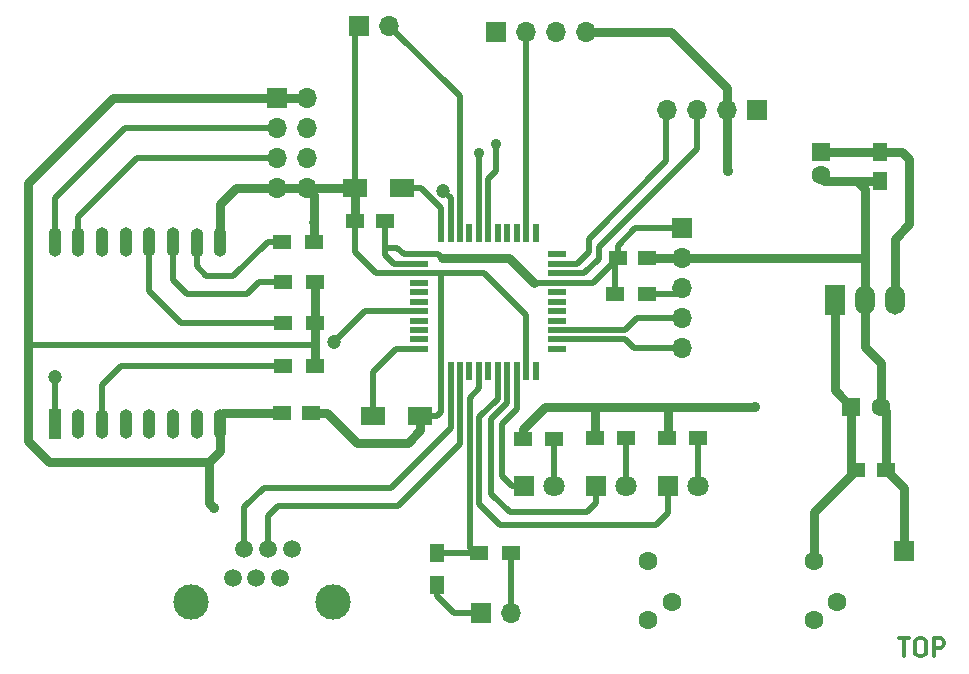
<source format=gbr>
G04 #@! TF.FileFunction,Copper,L1,Top,Signal*
%FSLAX46Y46*%
G04 Gerber Fmt 4.6, Leading zero omitted, Abs format (unit mm)*
G04 Created by KiCad (PCBNEW 4.0.7) date 07/17/19 22:20:44*
%MOMM*%
%LPD*%
G01*
G04 APERTURE LIST*
%ADD10C,0.100000*%
%ADD11C,0.300000*%
%ADD12R,1.100000X2.500000*%
%ADD13O,1.100000X2.500000*%
%ADD14R,2.000000X1.600000*%
%ADD15R,1.500000X1.250000*%
%ADD16R,1.250000X1.500000*%
%ADD17R,1.500000X1.300000*%
%ADD18R,0.560000X1.600000*%
%ADD19R,1.600000X0.560000*%
%ADD20R,1.700000X1.700000*%
%ADD21O,1.700000X1.700000*%
%ADD22R,1.600000X1.600000*%
%ADD23C,1.600000*%
%ADD24R,1.300000X1.500000*%
%ADD25R,1.700000X2.500000*%
%ADD26O,1.700000X2.500000*%
%ADD27R,1.800000X1.800000*%
%ADD28C,1.800000*%
%ADD29C,1.520000*%
%ADD30C,3.000000*%
%ADD31C,0.900000*%
%ADD32C,1.200000*%
%ADD33C,0.500000*%
%ADD34C,0.800000*%
%ADD35C,0.250000*%
G04 APERTURE END LIST*
D10*
D11*
X157992214Y-162119571D02*
X158849357Y-162119571D01*
X158420786Y-163619571D02*
X158420786Y-162119571D01*
X159635071Y-162119571D02*
X159920785Y-162119571D01*
X160063643Y-162191000D01*
X160206500Y-162333857D01*
X160277928Y-162619571D01*
X160277928Y-163119571D01*
X160206500Y-163405286D01*
X160063643Y-163548143D01*
X159920785Y-163619571D01*
X159635071Y-163619571D01*
X159492214Y-163548143D01*
X159349357Y-163405286D01*
X159277928Y-163119571D01*
X159277928Y-162619571D01*
X159349357Y-162333857D01*
X159492214Y-162191000D01*
X159635071Y-162119571D01*
X160920786Y-163619571D02*
X160920786Y-162119571D01*
X161492214Y-162119571D01*
X161635072Y-162191000D01*
X161706500Y-162262429D01*
X161777929Y-162405286D01*
X161777929Y-162619571D01*
X161706500Y-162762429D01*
X161635072Y-162833857D01*
X161492214Y-162905286D01*
X160920786Y-162905286D01*
D12*
X86487000Y-143956000D03*
D13*
X88487000Y-143956000D03*
X90487000Y-143956000D03*
X92487000Y-143956000D03*
X94487000Y-143956000D03*
X96487000Y-143956000D03*
X98487000Y-143956000D03*
X100487000Y-143956000D03*
X100487000Y-128556000D03*
X98487000Y-128656000D03*
X96487000Y-128556000D03*
X94487000Y-128556000D03*
X92487000Y-128556000D03*
X90487000Y-128556000D03*
X88487000Y-128556000D03*
X86487000Y-128556000D03*
D14*
X115919000Y-123952000D03*
X111919000Y-123952000D03*
D15*
X134132000Y-129921000D03*
X136632000Y-129921000D03*
X114407000Y-126746000D03*
X111907000Y-126746000D03*
X105684000Y-143002000D03*
X108184000Y-143002000D03*
D14*
X113443000Y-143256000D03*
X117443000Y-143256000D03*
D15*
X154325000Y-147828000D03*
X156825000Y-147828000D03*
D16*
X156337000Y-120924000D03*
X156337000Y-123424000D03*
D17*
X136605000Y-132969000D03*
X133905000Y-132969000D03*
X108538000Y-139065000D03*
X105838000Y-139065000D03*
X105838000Y-135382000D03*
X108538000Y-135382000D03*
X105838000Y-131953000D03*
X108538000Y-131953000D03*
X105711000Y-128524000D03*
X108411000Y-128524000D03*
X138286500Y-145161000D03*
X140986500Y-145161000D03*
D18*
X119190000Y-139454000D03*
X119990000Y-139454000D03*
X120790000Y-139454000D03*
X121590000Y-139454000D03*
X122390000Y-139454000D03*
X123190000Y-139454000D03*
X123990000Y-139454000D03*
X124790000Y-139454000D03*
X125590000Y-139454000D03*
X126390000Y-139454000D03*
X127190000Y-139454000D03*
D19*
X129040000Y-137604000D03*
X129040000Y-136804000D03*
X129040000Y-136004000D03*
X129040000Y-135204000D03*
X129040000Y-134404000D03*
X129040000Y-133604000D03*
X129040000Y-132804000D03*
X129040000Y-132004000D03*
X129040000Y-131204000D03*
X129040000Y-130404000D03*
X129040000Y-129604000D03*
D18*
X127190000Y-127754000D03*
X126390000Y-127754000D03*
X125590000Y-127754000D03*
X124790000Y-127754000D03*
X123990000Y-127754000D03*
X123190000Y-127754000D03*
X122390000Y-127754000D03*
X121590000Y-127754000D03*
X120790000Y-127754000D03*
X119990000Y-127754000D03*
X119190000Y-127754000D03*
D19*
X117340000Y-129604000D03*
X117340000Y-130404000D03*
X117340000Y-131204000D03*
X117340000Y-132004000D03*
X117340000Y-132804000D03*
X117340000Y-133604000D03*
X117340000Y-134404000D03*
X117340000Y-135204000D03*
X117340000Y-136004000D03*
X117340000Y-136804000D03*
X117340000Y-137604000D03*
D20*
X105283000Y-116332000D03*
D21*
X107823000Y-116332000D03*
X105283000Y-118872000D03*
X107823000Y-118872000D03*
X105283000Y-121412000D03*
X107823000Y-121412000D03*
X105283000Y-123952000D03*
X107823000Y-123952000D03*
D20*
X139573000Y-127381000D03*
D21*
X139573000Y-129921000D03*
X139573000Y-132461000D03*
X139573000Y-135001000D03*
X139573000Y-137541000D03*
D22*
X153924000Y-142494000D03*
D23*
X156424000Y-142494000D03*
D22*
X151320500Y-120904000D03*
D23*
X151320500Y-122904000D03*
D17*
X126094500Y-145224500D03*
X128794500Y-145224500D03*
X132190500Y-145161000D03*
X134890500Y-145161000D03*
X122411500Y-154876500D03*
X125111500Y-154876500D03*
D24*
X118808500Y-157560000D03*
X118808500Y-154860000D03*
D20*
X145923000Y-117348000D03*
D21*
X143383000Y-117348000D03*
X140843000Y-117348000D03*
X138303000Y-117348000D03*
D20*
X123825000Y-110744000D03*
D21*
X126365000Y-110744000D03*
X128905000Y-110744000D03*
X131445000Y-110744000D03*
D20*
X112268000Y-110236000D03*
D21*
X114808000Y-110236000D03*
D20*
X122555000Y-159956500D03*
D21*
X125095000Y-159956500D03*
D25*
X152527000Y-133477000D03*
D26*
X155067000Y-133477000D03*
X157607000Y-133477000D03*
D23*
X150741000Y-155567000D03*
X150741000Y-160567000D03*
X152741000Y-159067000D03*
X136707500Y-155567000D03*
X136707500Y-160567000D03*
X138707500Y-159067000D03*
D20*
X158369000Y-154749500D03*
D27*
X126238000Y-149225000D03*
D28*
X128778000Y-149225000D03*
D27*
X132334000Y-149225000D03*
D28*
X134874000Y-149225000D03*
D27*
X138430000Y-149225000D03*
D28*
X140970000Y-149225000D03*
D29*
X104536500Y-154535500D03*
X102536500Y-154535500D03*
X106536500Y-154535500D03*
X101536500Y-157035500D03*
X103536500Y-157035500D03*
X105536500Y-157035500D03*
D30*
X110036500Y-159035500D03*
X97976500Y-159065500D03*
D31*
X143446500Y-122555000D03*
X99949000Y-151066500D03*
X145796000Y-142557500D03*
D32*
X119380000Y-124206000D03*
D31*
X123825000Y-120269000D03*
X122428000Y-121031000D03*
D32*
X110109000Y-137033000D03*
X86487000Y-139954000D03*
D33*
X119190000Y-127754000D02*
X119190000Y-125667000D01*
X117475000Y-123952000D02*
X115919000Y-123952000D01*
X119190000Y-125667000D02*
X117475000Y-123952000D01*
D34*
X158369000Y-154749500D02*
X158369000Y-149372000D01*
X158369000Y-149372000D02*
X156825000Y-147828000D01*
X117443000Y-143256000D02*
X117443000Y-144494500D01*
X109537500Y-143002000D02*
X108184000Y-143002000D01*
X112077500Y-145542000D02*
X109537500Y-143002000D01*
X116395500Y-145542000D02*
X112077500Y-145542000D01*
X117443000Y-144494500D02*
X116395500Y-145542000D01*
X155067000Y-133477000D02*
X155067000Y-124079000D01*
X155067000Y-124079000D02*
X154412000Y-123424000D01*
X151320500Y-122904000D02*
X151320500Y-123126500D01*
X151320500Y-123126500D02*
X151618000Y-123424000D01*
X151618000Y-123424000D02*
X154412000Y-123424000D01*
X154412000Y-123424000D02*
X156337000Y-123424000D01*
D33*
X122555000Y-159956500D02*
X120269000Y-159956500D01*
X118808500Y-158496000D02*
X118808500Y-157560000D01*
X120269000Y-159956500D02*
X118808500Y-158496000D01*
D34*
X143383000Y-117348000D02*
X143383000Y-115506500D01*
X138620500Y-110744000D02*
X131445000Y-110744000D01*
X143383000Y-115506500D02*
X138620500Y-110744000D01*
D33*
X111919000Y-123952000D02*
X111919000Y-110585000D01*
X111919000Y-110585000D02*
X112268000Y-110236000D01*
D34*
X143383000Y-122491500D02*
X143446500Y-122555000D01*
X143383000Y-117348000D02*
X143383000Y-122491500D01*
X139573000Y-129921000D02*
X154940000Y-129921000D01*
X155067000Y-130048000D02*
X155067000Y-133477000D01*
X154940000Y-129921000D02*
X155067000Y-130048000D01*
X155067000Y-133477000D02*
X155067000Y-137414000D01*
X155067000Y-137414000D02*
X156424000Y-138771000D01*
X156424000Y-138771000D02*
X156424000Y-142494000D01*
D33*
X117861000Y-143674000D02*
X117443000Y-143256000D01*
X117340000Y-131204000D02*
X113678000Y-131204000D01*
X111907000Y-129433000D02*
X111907000Y-126746000D01*
X113678000Y-131204000D02*
X111907000Y-129433000D01*
D34*
X111919000Y-123952000D02*
X111919000Y-126734000D01*
X111919000Y-126734000D02*
X111907000Y-126746000D01*
X111919000Y-123952000D02*
X107823000Y-123952000D01*
X108411000Y-126873000D02*
X108331000Y-126873000D01*
X108331000Y-126873000D02*
X108411000Y-126873000D01*
D33*
X119190000Y-139454000D02*
X119190000Y-142494000D01*
X119190000Y-142494000D02*
X119190000Y-142938000D01*
X118872000Y-143256000D02*
X117443000Y-143256000D01*
X119190000Y-142938000D02*
X118872000Y-143256000D01*
X119190000Y-139454000D02*
X119190000Y-131204000D01*
X119126000Y-131318000D02*
X119126000Y-131204000D01*
X119126000Y-131268000D02*
X119126000Y-131318000D01*
X119190000Y-131204000D02*
X119126000Y-131268000D01*
X117340000Y-131204000D02*
X119126000Y-131204000D01*
X119126000Y-131204000D02*
X122822000Y-131204000D01*
X126390000Y-134772000D02*
X126390000Y-139454000D01*
X122822000Y-131204000D02*
X126390000Y-134772000D01*
D34*
X108411000Y-128524000D02*
X108411000Y-126873000D01*
X108411000Y-126873000D02*
X108411000Y-124540000D01*
X108411000Y-124540000D02*
X107823000Y-123952000D01*
X105283000Y-123952000D02*
X107823000Y-123952000D01*
X100487000Y-129256000D02*
X100487000Y-125319000D01*
X101854000Y-123952000D02*
X105283000Y-123952000D01*
X100487000Y-125319000D02*
X101854000Y-123952000D01*
X156825000Y-147828000D02*
X156825000Y-142895000D01*
X156825000Y-142895000D02*
X156424000Y-142494000D01*
X136632000Y-129921000D02*
X139573000Y-129921000D01*
X99568000Y-150685500D02*
X99568000Y-147193000D01*
X99949000Y-151066500D02*
X99568000Y-150685500D01*
X157607000Y-133477000D02*
X157607000Y-128270000D01*
X158198500Y-120924000D02*
X156337000Y-120924000D01*
X158813500Y-121539000D02*
X158198500Y-120924000D01*
X158813500Y-127063500D02*
X158813500Y-121539000D01*
X157607000Y-128270000D02*
X158813500Y-127063500D01*
X156337000Y-120924000D02*
X151340500Y-120924000D01*
X151340500Y-120924000D02*
X151320500Y-120904000D01*
X132190500Y-145161000D02*
X132190500Y-142795000D01*
X132190500Y-142795000D02*
X131953000Y-142557500D01*
X126094500Y-145224500D02*
X126094500Y-144415500D01*
X127952500Y-142557500D02*
X131953000Y-142557500D01*
X131953000Y-142557500D02*
X138430000Y-142557500D01*
X126094500Y-144415500D02*
X127952500Y-142557500D01*
X138430000Y-142557500D02*
X138430000Y-145017500D01*
X138430000Y-145017500D02*
X138286500Y-145161000D01*
X138430000Y-142557500D02*
X145796000Y-142557500D01*
D33*
X108538000Y-137287000D02*
X84201000Y-137287000D01*
X84328000Y-137033000D02*
X84201000Y-137033000D01*
X84328000Y-137160000D02*
X84328000Y-137033000D01*
X84201000Y-137287000D02*
X84328000Y-137160000D01*
D34*
X105283000Y-116332000D02*
X91440000Y-116332000D01*
X91440000Y-116332000D02*
X84201000Y-123571000D01*
X84201000Y-123571000D02*
X84201000Y-137033000D01*
X100487000Y-146274000D02*
X100487000Y-143256000D01*
X84201000Y-137033000D02*
X84201000Y-145415000D01*
X84201000Y-145415000D02*
X85979000Y-147193000D01*
X85979000Y-147193000D02*
X99568000Y-147193000D01*
X99568000Y-147193000D02*
X100487000Y-146274000D01*
D33*
X133905000Y-132969000D02*
X133905000Y-130148000D01*
X133905000Y-130148000D02*
X134132000Y-129921000D01*
X117340000Y-129604000D02*
X116015000Y-129604000D01*
X115443000Y-129032000D02*
X114407000Y-129032000D01*
X116015000Y-129604000D02*
X115443000Y-129032000D01*
X114407000Y-129032000D02*
X114554000Y-129032000D01*
X114554000Y-129032000D02*
X114407000Y-129032000D01*
X117340000Y-130404000D02*
X115164000Y-130404000D01*
X115164000Y-130404000D02*
X114407000Y-129647000D01*
X114407000Y-129647000D02*
X114407000Y-129032000D01*
X114407000Y-129032000D02*
X114407000Y-126746000D01*
X117340000Y-129604000D02*
X118936000Y-129604000D01*
D34*
X124968000Y-129921000D02*
X127051000Y-132004000D01*
X119253000Y-129921000D02*
X124968000Y-129921000D01*
D33*
X118936000Y-129604000D02*
X119253000Y-129921000D01*
X129040000Y-132004000D02*
X127051000Y-132004000D01*
X127000000Y-132055000D02*
X127000000Y-132080000D01*
X127051000Y-132004000D02*
X127000000Y-132055000D01*
D34*
X105283000Y-116332000D02*
X107823000Y-116332000D01*
X108538000Y-135382000D02*
X108538000Y-131953000D01*
X108538000Y-139065000D02*
X108538000Y-137287000D01*
X108538000Y-137287000D02*
X108538000Y-135382000D01*
X105684000Y-143002000D02*
X100741000Y-143002000D01*
X100741000Y-143002000D02*
X100487000Y-143256000D01*
D33*
X139573000Y-127381000D02*
X135636000Y-127381000D01*
X134132000Y-128885000D02*
X134132000Y-129921000D01*
X135636000Y-127381000D02*
X134132000Y-128885000D01*
X129040000Y-132004000D02*
X132049000Y-132004000D01*
X132049000Y-132004000D02*
X134132000Y-129921000D01*
X117340000Y-137604000D02*
X115380000Y-137604000D01*
X113443000Y-139541000D02*
X113443000Y-143256000D01*
X115380000Y-137604000D02*
X113443000Y-139541000D01*
X136605000Y-132969000D02*
X139065000Y-132969000D01*
X139065000Y-132969000D02*
X139573000Y-132461000D01*
X119990000Y-124816000D02*
X119380000Y-124206000D01*
X119990000Y-124816000D02*
X119990000Y-127754000D01*
X129040000Y-136004000D02*
X134760000Y-136004000D01*
X135763000Y-135001000D02*
X139573000Y-135001000D01*
X134760000Y-136004000D02*
X135763000Y-135001000D01*
X129040000Y-136804000D02*
X134772000Y-136804000D01*
X135509000Y-137541000D02*
X139573000Y-137541000D01*
X134772000Y-136804000D02*
X135509000Y-137541000D01*
X86487000Y-129256000D02*
X86487000Y-124841000D01*
X92456000Y-118872000D02*
X105283000Y-118872000D01*
X86487000Y-124841000D02*
X92456000Y-118872000D01*
X123190000Y-127754000D02*
X123190000Y-123190000D01*
X123825000Y-122555000D02*
X123825000Y-120269000D01*
X123190000Y-123190000D02*
X123825000Y-122555000D01*
X88487000Y-129256000D02*
X88487000Y-126397000D01*
X93472000Y-121412000D02*
X105283000Y-121412000D01*
X88487000Y-126397000D02*
X93472000Y-121412000D01*
D35*
X88487000Y-129256000D02*
X88487000Y-127413000D01*
D33*
X122390000Y-127754000D02*
X122390000Y-121069000D01*
X122390000Y-121069000D02*
X122428000Y-121031000D01*
X90487000Y-143256000D02*
X90487000Y-140653000D01*
X92075000Y-139065000D02*
X105838000Y-139065000D01*
X90487000Y-140653000D02*
X92075000Y-139065000D01*
X105838000Y-135382000D02*
X97155000Y-135382000D01*
X94487000Y-132714000D02*
X94487000Y-129256000D01*
X97155000Y-135382000D02*
X94487000Y-132714000D01*
X105838000Y-131953000D02*
X103759000Y-131953000D01*
X96487000Y-131793000D02*
X96487000Y-129256000D01*
X97663000Y-132969000D02*
X96487000Y-131793000D01*
X102743000Y-132969000D02*
X97663000Y-132969000D01*
X103759000Y-131953000D02*
X102743000Y-132969000D01*
X98487000Y-129256000D02*
X98487000Y-130618000D01*
X104521000Y-128524000D02*
X105711000Y-128524000D01*
X101600000Y-131445000D02*
X104521000Y-128524000D01*
X99314000Y-131445000D02*
X101600000Y-131445000D01*
X98487000Y-130618000D02*
X99314000Y-131445000D01*
D34*
X150741000Y-155567000D02*
X150741000Y-151412000D01*
X150741000Y-151412000D02*
X154325000Y-147828000D01*
X152527000Y-133477000D02*
X152527000Y-141097000D01*
X152527000Y-141097000D02*
X153924000Y-142494000D01*
X153924000Y-142494000D02*
X153924000Y-147427000D01*
X153924000Y-147427000D02*
X154325000Y-147828000D01*
D33*
X126238000Y-149225000D02*
X125222000Y-149225000D01*
X125590000Y-142697500D02*
X124333000Y-143954500D01*
X124333000Y-143954500D02*
X124333000Y-148336000D01*
X124333000Y-148336000D02*
X125222000Y-149225000D01*
X125590000Y-142697500D02*
X125590000Y-139454000D01*
X131127500Y-151447500D02*
X131572000Y-151447500D01*
X124790000Y-142164000D02*
X123444000Y-143510000D01*
X123444000Y-143510000D02*
X123444000Y-149860000D01*
X123444000Y-149860000D02*
X125031500Y-151447500D01*
X125031500Y-151447500D02*
X131127500Y-151447500D01*
X124790000Y-139454000D02*
X124790000Y-142164000D01*
X132334000Y-150685500D02*
X132334000Y-149225000D01*
X131572000Y-151447500D02*
X132334000Y-150685500D01*
X122390000Y-139454000D02*
X122390000Y-140944500D01*
X121602500Y-154495500D02*
X121967000Y-154860000D01*
X121602500Y-141732000D02*
X121602500Y-154495500D01*
X122390000Y-140944500D02*
X121602500Y-141732000D01*
X121967000Y-154860000D02*
X122411500Y-154876500D01*
X118808500Y-154860000D02*
X122395000Y-154860000D01*
X122395000Y-154860000D02*
X122411500Y-154876500D01*
X125095000Y-159956500D02*
X125095000Y-154893000D01*
X125095000Y-154893000D02*
X125111500Y-154876500D01*
X129040000Y-131204000D02*
X131305000Y-131204000D01*
X140843000Y-120650000D02*
X140843000Y-117348000D01*
X132524500Y-128968500D02*
X140843000Y-120650000D01*
X132524500Y-129984500D02*
X132524500Y-128968500D01*
X131305000Y-131204000D02*
X132524500Y-129984500D01*
X138239500Y-117411500D02*
X138239500Y-121729500D01*
X130708000Y-130404000D02*
X131699000Y-129413000D01*
X131699000Y-129413000D02*
X131699000Y-128270000D01*
X131699000Y-128270000D02*
X138239500Y-121729500D01*
X130708000Y-130404000D02*
X129040000Y-130404000D01*
X138239500Y-117411500D02*
X138303000Y-117348000D01*
X120790000Y-139454000D02*
X120790000Y-145656000D01*
X104536500Y-151749500D02*
X104536500Y-154535500D01*
X105410000Y-150876000D02*
X104536500Y-151749500D01*
X115570000Y-150876000D02*
X105410000Y-150876000D01*
X120790000Y-145656000D02*
X115570000Y-150876000D01*
X119990000Y-139454000D02*
X119990000Y-144297000D01*
X102536500Y-151019000D02*
X102536500Y-154535500D01*
X104203500Y-149352000D02*
X102536500Y-151019000D01*
X114935000Y-149352000D02*
X104203500Y-149352000D01*
X119990000Y-144297000D02*
X114935000Y-149352000D01*
X126390000Y-127754000D02*
X126390000Y-110769000D01*
X126390000Y-110769000D02*
X126365000Y-110744000D01*
X120790000Y-127754000D02*
X120790000Y-116218000D01*
X120790000Y-116218000D02*
X114808000Y-110236000D01*
X137096500Y-152527000D02*
X137414000Y-152527000D01*
X123990000Y-141821000D02*
X122428000Y-143383000D01*
X122428000Y-143383000D02*
X122428000Y-150749000D01*
X122428000Y-150749000D02*
X124206000Y-152527000D01*
X124206000Y-152527000D02*
X137096500Y-152527000D01*
X123990000Y-139454000D02*
X123990000Y-141821000D01*
X138430000Y-151511000D02*
X138430000Y-149225000D01*
X137414000Y-152527000D02*
X138430000Y-151511000D01*
X86487000Y-143256000D02*
X86487000Y-139954000D01*
X112738000Y-134404000D02*
X117340000Y-134404000D01*
X112738000Y-134404000D02*
X110109000Y-137033000D01*
X128778000Y-149225000D02*
X128778000Y-145241000D01*
X128778000Y-145241000D02*
X128794500Y-145224500D01*
X134874000Y-149225000D02*
X134874000Y-145177500D01*
X134874000Y-145177500D02*
X134890500Y-145161000D01*
X140970000Y-149225000D02*
X140970000Y-145177500D01*
X140970000Y-145177500D02*
X140986500Y-145161000D01*
D34*
X140843000Y-145304500D02*
X140986500Y-145161000D01*
M02*

</source>
